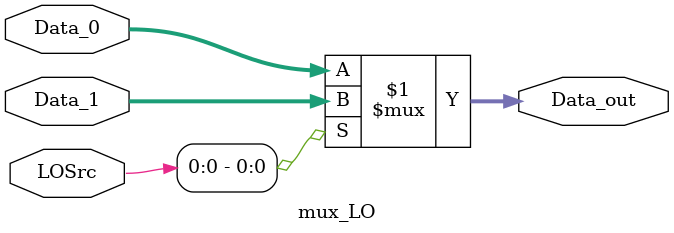
<source format=v>
module mux_LO (
    input   wire    [1:0]   LOSrc,
    input   wire    [31:0]  Data_0,     // comes from MULT
    input   wire    [31:0]  Data_1,     // comes from DIV
    output  wire    [31:0]  Data_out
);

assign  Data_out    =   (LOSrc[0])? Data_1  :   Data_0;

endmodule
</source>
